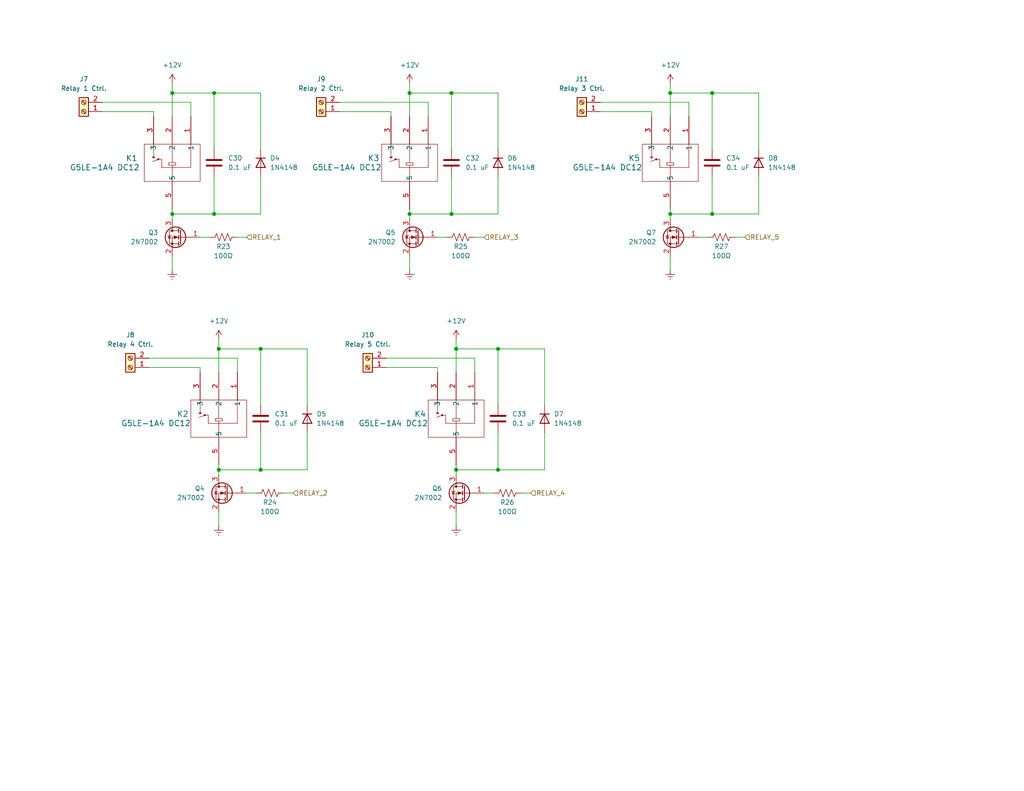
<source format=kicad_sch>
(kicad_sch (version 20230121) (generator eeschema)
  (paper "USLetter")
  (title_block (title "Relay Drivers") (date "2023-10-17") (rev "0.1") (company "Texas A&M ECEN Capstone"))
  (lib_symbols
    (symbol "Connector:Screw_Terminal_01x02" (pin_names (offset 1.016) hide)
      (property "Reference" "J" (at 0 2.54 0))
      (property "Value" "Screw_Terminal_01x02" (at 0 -5.08 0))
      (symbol "Screw_Terminal_01x02_1_1"
        (rectangle (start -1.27 1.27) (end 1.27 -3.81) (stroke (width 0.254)) (fill (type background)))
        (circle (center 0 -2.54) (radius 0.635) (stroke (width 0.1524)))
        (polyline (pts (xy -0.5334 -2.2098) (xy 0.3302 -3.048)) (stroke (width 0.1524)))
        (polyline (pts (xy -0.5334 0.3302) (xy 0.3302 -0.508)) (stroke (width 0.1524)))
        (polyline (pts (xy -0.3556 -2.032) (xy 0.508 -2.8702)) (stroke (width 0.1524)))
        (polyline (pts (xy -0.3556 0.508) (xy 0.508 -0.3302)) (stroke (width 0.1524)))
        (circle (center 0 0) (radius 0.635) (stroke (width 0.1524)))
        (pin passive line (at -5.08 0 0) (length 3.81) (name "Pin_1") (number "1"))
        (pin passive line (at -5.08 -2.54 0) (length 3.81) (name "Pin_2") (number "2"))
      )
    )
    (symbol "Device:C" (pin_numbers hide) (pin_names (offset 0.254))
      (property "Reference" "C" (at 0.635 2.54 0))
      (property "Value" "C" (at 0.635 -2.54 0))
      (symbol "C_0_1"
        (polyline (pts (xy -2.032 -0.762) (xy 2.032 -0.762)) (stroke (width 0.508)))
        (polyline (pts (xy -2.032 0.762) (xy 2.032 0.762)) (stroke (width 0.508)))
      )
      (symbol "C_1_1"
        (pin passive line (at 0 3.81 270) (length 2.794) (name "~") (number "1"))
        (pin passive line (at 0 -3.81 90) (length 2.794) (name "~") (number "2"))
      )
    )
    (symbol "Device:R_US" (pin_numbers hide) (pin_names (offset 0))
      (property "Reference" "R" (at 2.54 0 90))
      (property "Value" "R_US" (at -2.54 0 90))
      (symbol "R_US_0_1"
        (polyline (pts (xy 0 -2.286) (xy 0 -2.54)))
        (polyline (pts (xy 0 2.286) (xy 0 2.54)))
        (polyline (pts (xy 0 -0.762) (xy 1.016 -1.143) (xy 0 -1.524) (xy -1.016 -1.905) (xy 0 -2.286)))
        (polyline (pts (xy 0 0.762) (xy 1.016 0.381) (xy 0 0) (xy -1.016 -0.381) (xy 0 -0.762)))
        (polyline (pts (xy 0 2.286) (xy 1.016 1.905) (xy 0 1.524) (xy -1.016 1.143) (xy 0 0.762)))
      )
      (symbol "R_US_1_1"
        (pin passive line (at 0 3.81 270) (length 1.27) (name "~") (number "1"))
        (pin passive line (at 0 -3.81 90) (length 1.27) (name "~") (number "2"))
      )
    )
    (symbol "Diode:1N4148" (pin_numbers hide) (pin_names hide)
      (property "Reference" "D" (at 0 2.54 0))
      (property "Value" "1N4148" (at 0 -2.54 0))
      (symbol "1N4148_0_1"
        (polyline (pts (xy -1.27 1.27) (xy -1.27 -1.27)) (stroke (width 0.254)))
        (polyline (pts (xy 1.27 0) (xy -1.27 0)))
        (polyline (pts (xy 1.27 1.27) (xy 1.27 -1.27) (xy -1.27 0) (xy 1.27 1.27)) (stroke (width 0.254)))
      )
      (symbol "1N4148_1_1"
        (pin passive line (at -3.81 0 0) (length 2.54) (name "K") (number "1"))
        (pin passive line (at 3.81 0 180) (length 2.54) (name "A") (number "2"))
      )
    )
    (symbol "Relay:G5LE-1A4_DC12" (pin_names (offset 0.254))
      (property "Reference" "K" (at 20.32 7.62 0))
      (property "Value" "G5LE-1A4 DC12" (at 20.32 5.08 0))
      (symbol "G5LE-1A4_DC12_0_1"
        (polyline (pts (xy 7.62 -12.7) (xy 17.78 -12.7)) (stroke (width 0.127)))
        (polyline (pts (xy 7.62 -10.16) (xy 11.1125 -10.16)) (stroke (width 0.127)))
        (polyline (pts (xy 7.62 -5.08) (xy 12.7 -5.08)) (stroke (width 0.127)))
        (polyline (pts (xy 7.62 0) (xy 13.97 0)) (stroke (width 0.127)))
        (polyline (pts (xy 7.62 2.54) (xy 7.62 -12.7)) (stroke (width 0.127)))
        (polyline (pts (xy 11.1125 -10.4775) (xy 11.43 -10.16)) (stroke (width 0.127)))
        (polyline (pts (xy 11.1125 -9.8425) (xy 11.1125 -10.4775)) (stroke (width 0.127)))
        (polyline (pts (xy 11.43 -10.16) (xy 11.1125 -9.8425)) (stroke (width 0.127)))
        (polyline (pts (xy 11.7475 -8.89) (xy 11.7475 -7.9375)) (stroke (width 0.127)))
        (polyline (pts (xy 11.7475 -7.9375) (xy 13.97 -7.9375)) (stroke (width 0.127)))
        (polyline (pts (xy 12.3825 -10.4775) (xy 11.7475 -8.89)) (stroke (width 0.127)))
        (polyline (pts (xy 12.7 -6.0325) (xy 13.335 -6.0325)) (stroke (width 0.127)))
        (polyline (pts (xy 12.7 -4.1275) (xy 12.7 -6.0325)) (stroke (width 0.127)))
        (polyline (pts (xy 12.7 -4.1275) (xy 13.335 -4.1275)) (stroke (width 0.127)))
        (polyline (pts (xy 13.335 -5.08) (xy 17.78 -5.08)) (stroke (width 0.127)))
        (polyline (pts (xy 13.335 -4.1275) (xy 13.335 -6.0325)) (stroke (width 0.127)))
        (polyline (pts (xy 13.97 0) (xy 13.97 -7.9375)) (stroke (width 0.127)))
        (polyline (pts (xy 17.78 2.54) (xy 7.62 2.54)) (stroke (width 0.127)))
        (polyline (pts (xy 17.78 2.54) (xy 17.78 -12.7)) (stroke (width 0.127)))
        (polyline (pts (xy 11.1125 -9.8425) (xy 11.43 -10.16) (xy 11.1125 -10.4775)) (fill (type outline)))
        (circle (center 11.7475 -8.89) (radius 0.1524) (stroke (width 0.254)))
        (pin unspecified line (at 0 0 0) (length 7.62) (name "1") (number "1"))
        (pin unspecified line (at 0 -5.08 0) (length 7.62) (name "2") (number "2"))
        (pin unspecified line (at 0 -10.16 0) (length 7.62) (name "3") (number "3"))
        (pin unspecified line (at 25.4 -5.08 180) (length 7.62) (name "5") (number "5"))
      )
    )
    (symbol "Transistor_FET:2N7002" (pin_names hide)
      (property "Reference" "Q" (at 5.08 1.905 0))
      (property "Value" "2N7002" (at 5.08 0 0))
      (symbol "2N7002_0_1"
        (polyline (pts (xy 0.254 0) (xy -2.54 0)))
        (polyline (pts (xy 0.254 1.905) (xy 0.254 -1.905)) (stroke (width 0.254)))
        (polyline (pts (xy 0.762 -1.27) (xy 0.762 -2.286)) (stroke (width 0.254)))
        (polyline (pts (xy 0.762 0.508) (xy 0.762 -0.508)) (stroke (width 0.254)))
        (polyline (pts (xy 0.762 2.286) (xy 0.762 1.27)) (stroke (width 0.254)))
        (polyline (pts (xy 2.54 2.54) (xy 2.54 1.778)))
        (polyline (pts (xy 2.54 -2.54) (xy 2.54 0) (xy 0.762 0)))
        (polyline (pts (xy 0.762 -1.778) (xy 3.302 -1.778) (xy 3.302 1.778) (xy 0.762 1.778)))
        (polyline (pts (xy 1.016 0) (xy 2.032 0.381) (xy 2.032 -0.381) (xy 1.016 0)) (fill (type outline)))
        (polyline (pts (xy 2.794 0.508) (xy 2.921 0.381) (xy 3.683 0.381) (xy 3.81 0.254)))
        (polyline (pts (xy 3.302 0.381) (xy 2.921 -0.254) (xy 3.683 -0.254) (xy 3.302 0.381)))
        (circle (center 1.651 0) (radius 2.794) (stroke (width 0.254)))
        (circle (center 2.54 -1.778) (radius 0.254) (fill (type outline)))
        (circle (center 2.54 1.778) (radius 0.254) (fill (type outline)))
      )
      (symbol "2N7002_1_1"
        (pin input line (at -5.08 0 0) (length 2.54) (name "G") (number "1"))
        (pin passive line (at 2.54 -5.08 90) (length 2.54) (name "S") (number "2"))
        (pin passive line (at 2.54 5.08 270) (length 2.54) (name "D") (number "3"))
      )
    )
    (symbol "power:+12V" (power) (pin_names (offset 0))
      (property "Value" "+12V" (at 0 3.556 0))
      (symbol "+12V_0_1"
        (polyline (pts (xy -0.762 1.27) (xy 0 2.54)))
        (polyline (pts (xy 0 0) (xy 0 2.54)))
        (polyline (pts (xy 0 2.54) (xy 0.762 1.27)))
      )
      (symbol "+12V_1_1"
        (pin power_in line (at 0 0 90) (length 0) hide (name "+12V") (number "1"))
      )
    )
    (symbol "power:GNDREF" (power) (pin_names (offset 0))
      (property "Value" "GNDREF" (at 0 -3.81 0))
      (symbol "GNDREF_0_1"
        (polyline (pts (xy -0.635 -1.905) (xy 0.635 -1.905)))
        (polyline (pts (xy -0.127 -2.54) (xy 0.127 -2.54)))
        (polyline (pts (xy 0 -1.27) (xy 0 0)))
        (polyline (pts (xy 1.27 -1.27) (xy -1.27 -1.27)))
      )
      (symbol "GNDREF_1_1"
        (pin power_in line (at 0 0 270) (length 0) hide (name "GNDREF") (number "1"))
      )
    )
  )
  (junction (at 71.12 95.25))
  (junction (at 182.88 25.4))
  (junction (at 58.42 25.4))
  (junction (at 123.19 25.4))
  (junction (at 59.69 95.25))
  (junction (at 46.99 25.4))
  (junction (at 182.88 58.42))
  (junction (at 111.76 25.4))
  (junction (at 135.89 95.25))
  (junction (at 194.31 58.42))
  (junction (at 124.46 95.25))
  (junction (at 46.99 58.42))
  (junction (at 111.76 58.42))
  (junction (at 71.12 128.27))
  (junction (at 59.69 128.27))
  (junction (at 123.19 58.42))
  (junction (at 135.89 128.27))
  (junction (at 124.46 128.27))
  (junction (at 194.31 25.4))
  (junction (at 58.42 58.42))
  (wire (pts (xy 124.46 95.25) (xy 124.46 101.6)))
  (wire (pts (xy 46.99 22.86) (xy 46.99 25.4)))
  (wire (pts (xy 46.99 58.42) (xy 58.42 58.42)))
  (wire (pts (xy 182.88 69.85) (xy 182.88 73.66)))
  (wire (pts (xy 71.12 95.25) (xy 83.82 95.25)))
  (wire (pts (xy 59.69 92.71) (xy 59.69 95.25)))
  (wire (pts (xy 207.01 48.26) (xy 207.01 58.42)))
  (wire (pts (xy 190.5 64.77) (xy 193.04 64.77)))
  (wire (pts (xy 46.99 58.42) (xy 46.99 59.69)))
  (wire (pts (xy 124.46 127) (xy 124.46 128.27)))
  (wire (pts (xy 71.12 128.27) (xy 71.12 118.11)))
  (wire (pts (xy 64.77 97.79) (xy 64.77 101.6)))
  (wire (pts (xy 135.89 110.49) (xy 135.89 95.25)))
  (wire (pts (xy 207.01 40.64) (xy 207.01 25.4)))
  (wire (pts (xy 119.38 64.77) (xy 121.92 64.77)))
  (wire (pts (xy 124.46 128.27) (xy 124.46 129.54)))
  (wire (pts (xy 54.61 100.33) (xy 54.61 101.6)))
  (wire (pts (xy 105.41 97.79) (xy 129.54 97.79)))
  (wire (pts (xy 119.38 100.33) (xy 119.38 101.6)))
  (wire (pts (xy 111.76 58.42) (xy 111.76 59.69)))
  (wire (pts (xy 123.19 58.42) (xy 123.19 48.26)))
  (wire (pts (xy 182.88 25.4) (xy 182.88 31.75)))
  (wire (pts (xy 67.31 134.62) (xy 69.85 134.62)))
  (wire (pts (xy 135.89 128.27) (xy 148.59 128.27)))
  (wire (pts (xy 129.54 97.79) (xy 129.54 101.6)))
  (wire (pts (xy 106.68 30.48) (xy 106.68 31.75)))
  (wire (pts (xy 59.69 95.25) (xy 59.69 101.6)))
  (wire (pts (xy 71.12 95.25) (xy 59.69 95.25)))
  (wire (pts (xy 135.89 128.27) (xy 135.89 118.11)))
  (wire (pts (xy 177.8 30.48) (xy 177.8 31.75)))
  (wire (pts (xy 124.46 92.71) (xy 124.46 95.25)))
  (wire (pts (xy 58.42 25.4) (xy 71.12 25.4)))
  (wire (pts (xy 163.83 30.48) (xy 177.8 30.48)))
  (wire (pts (xy 142.24 134.62) (xy 144.78 134.62)))
  (wire (pts (xy 135.89 95.25) (xy 148.59 95.25)))
  (wire (pts (xy 46.99 69.85) (xy 46.99 73.66)))
  (wire (pts (xy 92.71 27.94) (xy 116.84 27.94)))
  (wire (pts (xy 46.99 25.4) (xy 46.99 31.75)))
  (wire (pts (xy 58.42 40.64) (xy 58.42 25.4)))
  (wire (pts (xy 64.77 64.77) (xy 67.31 64.77)))
  (wire (pts (xy 59.69 128.27) (xy 59.69 129.54)))
  (wire (pts (xy 123.19 25.4) (xy 135.89 25.4)))
  (wire (pts (xy 124.46 128.27) (xy 135.89 128.27)))
  (wire (pts (xy 163.83 27.94) (xy 187.96 27.94)))
  (wire (pts (xy 111.76 58.42) (xy 123.19 58.42)))
  (wire (pts (xy 123.19 40.64) (xy 123.19 25.4)))
  (wire (pts (xy 194.31 40.64) (xy 194.31 25.4)))
  (wire (pts (xy 58.42 58.42) (xy 71.12 58.42)))
  (wire (pts (xy 200.66 64.77) (xy 203.2 64.77)))
  (wire (pts (xy 135.89 95.25) (xy 124.46 95.25)))
  (wire (pts (xy 123.19 25.4) (xy 111.76 25.4)))
  (wire (pts (xy 194.31 58.42) (xy 194.31 48.26)))
  (wire (pts (xy 124.46 139.7) (xy 124.46 143.51)))
  (wire (pts (xy 111.76 69.85) (xy 111.76 73.66)))
  (wire (pts (xy 58.42 58.42) (xy 58.42 48.26)))
  (wire (pts (xy 40.64 100.33) (xy 54.61 100.33)))
  (wire (pts (xy 182.88 58.42) (xy 194.31 58.42)))
  (wire (pts (xy 52.07 27.94) (xy 52.07 31.75)))
  (wire (pts (xy 111.76 25.4) (xy 111.76 31.75)))
  (wire (pts (xy 182.88 22.86) (xy 182.88 25.4)))
  (wire (pts (xy 135.89 48.26) (xy 135.89 58.42)))
  (wire (pts (xy 71.12 128.27) (xy 83.82 128.27)))
  (wire (pts (xy 111.76 22.86) (xy 111.76 25.4)))
  (wire (pts (xy 148.59 110.49) (xy 148.59 95.25)))
  (wire (pts (xy 182.88 57.15) (xy 182.88 58.42)))
  (wire (pts (xy 132.08 134.62) (xy 134.62 134.62)))
  (wire (pts (xy 116.84 27.94) (xy 116.84 31.75)))
  (wire (pts (xy 111.76 57.15) (xy 111.76 58.42)))
  (wire (pts (xy 194.31 25.4) (xy 207.01 25.4)))
  (wire (pts (xy 59.69 139.7) (xy 59.69 143.51)))
  (wire (pts (xy 54.61 64.77) (xy 57.15 64.77)))
  (wire (pts (xy 40.64 97.79) (xy 64.77 97.79)))
  (wire (pts (xy 129.54 64.77) (xy 132.08 64.77)))
  (wire (pts (xy 194.31 58.42) (xy 207.01 58.42)))
  (wire (pts (xy 59.69 127) (xy 59.69 128.27)))
  (wire (pts (xy 27.94 27.94) (xy 52.07 27.94)))
  (wire (pts (xy 77.47 134.62) (xy 80.01 134.62)))
  (wire (pts (xy 135.89 40.64) (xy 135.89 25.4)))
  (wire (pts (xy 71.12 40.64) (xy 71.12 25.4)))
  (wire (pts (xy 187.96 27.94) (xy 187.96 31.75)))
  (wire (pts (xy 83.82 118.11) (xy 83.82 128.27)))
  (wire (pts (xy 27.94 30.48) (xy 41.91 30.48)))
  (wire (pts (xy 41.91 30.48) (xy 41.91 31.75)))
  (wire (pts (xy 148.59 118.11) (xy 148.59 128.27)))
  (wire (pts (xy 105.41 100.33) (xy 119.38 100.33)))
  (wire (pts (xy 59.69 128.27) (xy 71.12 128.27)))
  (wire (pts (xy 194.31 25.4) (xy 182.88 25.4)))
  (wire (pts (xy 123.19 58.42) (xy 135.89 58.42)))
  (wire (pts (xy 46.99 57.15) (xy 46.99 58.42)))
  (wire (pts (xy 71.12 110.49) (xy 71.12 95.25)))
  (wire (pts (xy 71.12 48.26) (xy 71.12 58.42)))
  (wire (pts (xy 83.82 110.49) (xy 83.82 95.25)))
  (wire (pts (xy 92.71 30.48) (xy 106.68 30.48)))
  (wire (pts (xy 58.42 25.4) (xy 46.99 25.4)))
  (wire (pts (xy 182.88 58.42) (xy 182.88 59.69)))
  (hierarchical_label "RELAY_3" (shape input) (at 132.08 64.77 0))
  (hierarchical_label "RELAY_1" (shape input) (at 67.31 64.77 0))
  (hierarchical_label "RELAY_4" (shape input) (at 144.78 134.62 0))
  (hierarchical_label "RELAY_5" (shape input) (at 203.2 64.77 0))
  (hierarchical_label "RELAY_2" (shape input) (at 80.01 134.62 0))
  (symbol (lib_id "Device:C") (at 71.12 114.3 0) (unit 1)
    (property "Reference" "C31" (at 74.93 113.03 0) (effects (justify left)))
    (property "Value" "0.1 uF" (at 74.93 115.57 0) (effects (justify left)))
    (property "Footprint" "Capacitor_SMD:C_0805_2012Metric_Pad1.18x1.45mm_HandSolder" (effects hide))
  )
  (symbol (lib_id "Device:C") (at 194.31 44.45 0) (unit 1)
    (property "Reference" "C34" (at 198.12 43.18 0) (effects (justify left)))
    (property "Value" "0.1 uF" (at 198.12 45.72 0) (effects (justify left)))
    (property "Footprint" "Capacitor_SMD:C_0805_2012Metric_Pad1.18x1.45mm_HandSolder" (effects hide))
  )
  (symbol (lib_id "Relay:G5LE-1A4_DC12") (at 116.84 31.75 270) (unit 1)
    (property "Reference" "K3" (at 100.33 43.18 90) (effects (font (size 1.524 1.524)) (justify left)))
    (property "Value" "G5LE-1A4 DC12" (at 85.09 45.72 90) (effects (font (size 1.524 1.524)) (justify left)))
    (property "Footprint" "Library:RELAY_G5LE-1A DC5_OMR" (effects hide))
    (property "Datasheet" "G5LE-1A4 DC12" (effects hide))
  )
  (symbol (lib_id "power:+12V") (at 46.99 22.86 0) (unit 1)
    (property "Reference" "#PWR075" (effects hide))
    (property "Value" "+12V" (at 46.99 17.78 0))
  )
  (symbol (lib_id "Diode:1N4148") (at 207.01 44.45 270) (unit 1)
    (property "Reference" "D8" (at 209.55 43.18 90) (effects (justify left)))
    (property "Value" "1N4148" (at 209.55 45.72 90) (effects (justify left)))
    (property "Footprint" "Diode_THT:D_DO-35_SOD27_P7.62mm_Horizontal" (effects hide))
    (property "Datasheet" "https://assets.nexperia.com/documents/data-sheet/1N4148_1N4448.pdf" (effects hide))
    (property "Sim.Device" "D" (effects hide))
    (property "Sim.Pins" "1=K 2=A" (effects hide))
  )
  (symbol (lib_id "Device:R_US") (at 60.96 64.77 270) (unit 1)
    (property "Reference" "R23" (at 60.96 67.31 90))
    (property "Value" "100Ω" (at 60.96 69.85 90))
    (property "Footprint" "Resistor_SMD:R_0805_2012Metric_Pad1.20x1.40mm_HandSolder" (effects hide))
  )
  (symbol (lib_id "Diode:1N4148") (at 71.12 44.45 270) (unit 1)
    (property "Reference" "D4" (at 73.66 43.18 90) (effects (justify left)))
    (property "Value" "1N4148" (at 73.66 45.72 90) (effects (justify left)))
    (property "Footprint" "Diode_THT:D_DO-35_SOD27_P7.62mm_Horizontal" (effects hide))
    (property "Datasheet" "https://assets.nexperia.com/documents/data-sheet/1N4148_1N4448.pdf" (effects hide))
    (property "Sim.Device" "D" (effects hide))
    (property "Sim.Pins" "1=K 2=A" (effects hide))
  )
  (symbol (lib_id "Relay:G5LE-1A4_DC12") (at 52.07 31.75 270) (unit 1)
    (property "Reference" "K1" (at 34.29 43.18 90) (effects (font (size 1.524 1.524)) (justify left)))
    (property "Value" "G5LE-1A4 DC12" (at 19.05 45.72 90) (effects (font (size 1.524 1.524)) (justify left)))
    (property "Footprint" "Library:RELAY_G5LE-1A DC5_OMR" (effects hide))
    (property "Datasheet" "G5LE-1A4 DC12" (effects hide))
  )
  (symbol (lib_id "Relay:G5LE-1A4_DC12") (at 129.54 101.6 270) (unit 1)
    (property "Reference" "K4" (at 113.03 113.03 90) (effects (font (size 1.524 1.524)) (justify left)))
    (property "Value" "G5LE-1A4 DC12" (at 97.79 115.57 90) (effects (font (size 1.524 1.524)) (justify left)))
    (property "Footprint" "Library:RELAY_G5LE-1A DC5_OMR" (effects hide))
    (property "Datasheet" "G5LE-1A4 DC12" (effects hide))
  )
  (symbol (lib_id "Connector:Screw_Terminal_01x02") (at 100.33 100.33 180) (unit 1)
    (property "Reference" "J10" (at 100.33 91.44 0))
    (property "Value" "Relay 5 Ctrl." (at 100.33 93.98 0))
    (property "Footprint" "Library:CUI_TB007-508-02BE" (effects hide))
  )
  (symbol (lib_id "power:+12V") (at 182.88 22.86 0) (unit 1)
    (property "Reference" "#PWR083" (effects hide))
    (property "Value" "+12V" (at 182.88 17.78 0))
  )
  (symbol (lib_id "Diode:1N4148") (at 135.89 44.45 270) (unit 1)
    (property "Reference" "D6" (at 138.43 43.18 90) (effects (justify left)))
    (property "Value" "1N4148" (at 138.43 45.72 90) (effects (justify left)))
    (property "Footprint" "Diode_THT:D_DO-35_SOD27_P7.62mm_Horizontal" (effects hide))
    (property "Datasheet" "https://assets.nexperia.com/documents/data-sheet/1N4148_1N4448.pdf" (effects hide))
    (property "Sim.Device" "D" (effects hide))
    (property "Sim.Pins" "1=K 2=A" (effects hide))
  )
  (symbol (lib_id "power:GNDREF") (at 124.46 143.51 0) (unit 1)
    (property "Reference" "#PWR082" (effects hide))
    (property "Value" "GNDREF" (effects hide))
  )
  (symbol (lib_id "Transistor_FET:2N7002") (at 127 134.62 0) (mirror y) (unit 1)
    (property "Reference" "Q6" (at 120.65 133.35 0) (effects (justify left)))
    (property "Value" "2N7002" (at 120.65 135.89 0) (effects (justify left)))
    (property "Footprint" "Package_TO_SOT_SMD:SOT-23" (effects hide))
    (property "Datasheet" "https://www.onsemi.com/pub/Collateral/NDS7002A-D.PDF" (effects hide))
  )
  (symbol (lib_id "Relay:G5LE-1A4_DC12") (at 187.96 31.75 270) (unit 1)
    (property "Reference" "K5" (at 171.45 43.18 90) (effects (font (size 1.524 1.524)) (justify left)))
    (property "Value" "G5LE-1A4 DC12" (at 156.21 45.72 90) (effects (font (size 1.524 1.524)) (justify left)))
    (property "Footprint" "Library:RELAY_G5LE-1A DC5_OMR" (effects hide))
    (property "Datasheet" "G5LE-1A4 DC12" (effects hide))
  )
  (symbol (lib_id "Diode:1N4148") (at 148.59 114.3 270) (unit 1)
    (property "Reference" "D7" (at 151.13 113.03 90) (effects (justify left)))
    (property "Value" "1N4148" (at 151.13 115.57 90) (effects (justify left)))
    (property "Footprint" "Diode_THT:D_DO-35_SOD27_P7.62mm_Horizontal" (effects hide))
    (property "Datasheet" "https://assets.nexperia.com/documents/data-sheet/1N4148_1N4448.pdf" (effects hide))
    (property "Sim.Device" "D" (effects hide))
    (property "Sim.Pins" "1=K 2=A" (effects hide))
  )
  (symbol (lib_id "power:GNDREF") (at 111.76 73.66 0) (unit 1)
    (property "Reference" "#PWR080" (effects hide))
    (property "Value" "GNDREF" (effects hide))
  )
  (symbol (lib_id "power:GNDREF") (at 182.88 73.66 0) (unit 1)
    (property "Reference" "#PWR084" (effects hide))
    (property "Value" "GNDREF" (effects hide))
  )
  (symbol (lib_id "Diode:1N4148") (at 83.82 114.3 270) (unit 1)
    (property "Reference" "D5" (at 86.36 113.03 90) (effects (justify left)))
    (property "Value" "1N4148" (at 86.36 115.57 90) (effects (justify left)))
    (property "Footprint" "Diode_THT:D_DO-35_SOD27_P7.62mm_Horizontal" (effects hide))
    (property "Datasheet" "https://assets.nexperia.com/documents/data-sheet/1N4148_1N4448.pdf" (effects hide))
    (property "Sim.Device" "D" (effects hide))
    (property "Sim.Pins" "1=K 2=A" (effects hide))
  )
  (symbol (lib_id "Device:C") (at 58.42 44.45 0) (unit 1)
    (property "Reference" "C30" (at 62.23 43.18 0) (effects (justify left)))
    (property "Value" "0.1 uF" (at 62.23 45.72 0) (effects (justify left)))
    (property "Footprint" "Capacitor_SMD:C_0805_2012Metric_Pad1.18x1.45mm_HandSolder" (effects hide))
  )
  (symbol (lib_id "Connector:Screw_Terminal_01x02") (at 22.86 30.48 180) (unit 1)
    (property "Reference" "J7" (at 22.86 21.59 0))
    (property "Value" "Relay 1 Ctrl." (at 22.86 24.13 0))
    (property "Footprint" "Library:CUI_TB007-508-02BE" (effects hide))
  )
  (symbol (lib_id "power:+12V") (at 111.76 22.86 0) (unit 1)
    (property "Reference" "#PWR079" (effects hide))
    (property "Value" "+12V" (at 111.76 17.78 0))
  )
  (symbol (lib_id "Device:R_US") (at 138.43 134.62 90) (unit 1)
    (property "Reference" "R26" (at 138.43 137.16 90))
    (property "Value" "100Ω" (at 138.43 139.7 90))
    (property "Footprint" "Resistor_SMD:R_0805_2012Metric_Pad1.20x1.40mm_HandSolder" (effects hide))
  )
  (symbol (lib_id "power:GNDREF") (at 46.99 73.66 0) (unit 1)
    (property "Reference" "#PWR076" (effects hide))
    (property "Value" "GNDREF" (effects hide))
  )
  (symbol (lib_id "power:+12V") (at 59.69 92.71 0) (unit 1)
    (property "Reference" "#PWR077" (effects hide))
    (property "Value" "+12V" (at 59.69 87.63 0))
  )
  (symbol (lib_id "Transistor_FET:2N7002") (at 185.42 64.77 0) (mirror y) (unit 1)
    (property "Reference" "Q7" (at 179.07 63.5 0) (effects (justify left)))
    (property "Value" "2N7002" (at 179.07 66.04 0) (effects (justify left)))
    (property "Footprint" "Package_TO_SOT_SMD:SOT-23" (effects hide))
    (property "Datasheet" "https://www.onsemi.com/pub/Collateral/NDS7002A-D.PDF" (effects hide))
  )
  (symbol (lib_id "Device:R_US") (at 196.85 64.77 90) (unit 1)
    (property "Reference" "R27" (at 196.85 67.31 90))
    (property "Value" "100Ω" (at 196.85 69.85 90))
    (property "Footprint" "Resistor_SMD:R_0805_2012Metric_Pad1.20x1.40mm_HandSolder" (effects hide))
  )
  (symbol (lib_id "Transistor_FET:2N7002") (at 49.53 64.77 0) (mirror y) (unit 1)
    (property "Reference" "Q3" (at 43.18 63.5 0) (effects (justify left)))
    (property "Value" "2N7002" (at 43.18 66.04 0) (effects (justify left)))
    (property "Footprint" "Package_TO_SOT_SMD:SOT-23" (effects hide))
    (property "Datasheet" "https://www.onsemi.com/pub/Collateral/NDS7002A-D.PDF" (effects hide))
  )
  (symbol (lib_id "Connector:Screw_Terminal_01x02") (at 158.75 30.48 180) (unit 1)
    (property "Reference" "J11" (at 158.75 21.59 0))
    (property "Value" "Relay 3 Ctrl." (at 158.75 24.13 0))
    (property "Footprint" "Library:CUI_TB007-508-02BE" (effects hide))
  )
  (symbol (lib_id "Device:R_US") (at 73.66 134.62 90) (unit 1)
    (property "Reference" "R24" (at 73.66 137.16 90))
    (property "Value" "100Ω" (at 73.66 139.7 90))
    (property "Footprint" "Resistor_SMD:R_0805_2012Metric_Pad1.20x1.40mm_HandSolder" (effects hide))
  )
  (symbol (lib_id "Connector:Screw_Terminal_01x02") (at 87.63 30.48 180) (unit 1)
    (property "Reference" "J9" (at 87.63 21.59 0))
    (property "Value" "Relay 2 Ctrl." (at 87.63 24.13 0))
    (property "Footprint" "Library:CUI_TB007-508-02BE" (effects hide))
  )
  (symbol (lib_id "Device:C") (at 135.89 114.3 0) (unit 1)
    (property "Reference" "C33" (at 139.7 113.03 0) (effects (justify left)))
    (property "Value" "0.1 uF" (at 139.7 115.57 0) (effects (justify left)))
    (property "Footprint" "Capacitor_SMD:C_0805_2012Metric_Pad1.18x1.45mm_HandSolder" (effects hide))
  )
  (symbol (lib_id "power:GNDREF") (at 59.69 143.51 0) (unit 1)
    (property "Reference" "#PWR078" (effects hide))
    (property "Value" "GNDREF" (effects hide))
  )
  (symbol (lib_id "Connector:Screw_Terminal_01x02") (at 35.56 100.33 180) (unit 1)
    (property "Reference" "J8" (at 35.56 91.44 0))
    (property "Value" "Relay 4 Ctrl." (at 35.56 93.98 0))
    (property "Footprint" "Library:CUI_TB007-508-02BE" (effects hide))
  )
  (symbol (lib_id "Relay:G5LE-1A4_DC12") (at 64.77 101.6 270) (unit 1)
    (property "Reference" "K2" (at 48.26 113.03 90) (effects (font (size 1.524 1.524)) (justify left)))
    (property "Value" "G5LE-1A4 DC12" (at 33.02 115.57 90) (effects (font (size 1.524 1.524)) (justify left)))
    (property "Footprint" "Library:RELAY_G5LE-1A DC5_OMR" (effects hide))
    (property "Datasheet" "G5LE-1A4 DC12" (effects hide))
  )
  (symbol (lib_id "Transistor_FET:2N7002") (at 62.23 134.62 0) (mirror y) (unit 1)
    (property "Reference" "Q4" (at 55.88 133.35 0) (effects (justify left)))
    (property "Value" "2N7002" (at 55.88 135.89 0) (effects (justify left)))
    (property "Footprint" "Package_TO_SOT_SMD:SOT-23" (effects hide))
    (property "Datasheet" "https://www.onsemi.com/pub/Collateral/NDS7002A-D.PDF" (effects hide))
  )
  (symbol (lib_id "Transistor_FET:2N7002") (at 114.3 64.77 0) (mirror y) (unit 1)
    (property "Reference" "Q5" (at 107.95 63.5 0) (effects (justify left)))
    (property "Value" "2N7002" (at 107.95 66.04 0) (effects (justify left)))
    (property "Footprint" "Package_TO_SOT_SMD:SOT-23" (effects hide))
    (property "Datasheet" "https://www.onsemi.com/pub/Collateral/NDS7002A-D.PDF" (effects hide))
  )
  (symbol (lib_id "Device:C") (at 123.19 44.45 0) (unit 1)
    (property "Reference" "C32" (at 127 43.18 0) (effects (justify left)))
    (property "Value" "0.1 uF" (at 127 45.72 0) (effects (justify left)))
    (property "Footprint" "Capacitor_SMD:C_0805_2012Metric_Pad1.18x1.45mm_HandSolder" (effects hide))
  )
  (symbol (lib_id "Device:R_US") (at 125.73 64.77 90) (unit 1)
    (property "Reference" "R25" (at 125.73 67.31 90))
    (property "Value" "100Ω" (at 125.73 69.85 90))
    (property "Footprint" "Resistor_SMD:R_0805_2012Metric_Pad1.20x1.40mm_HandSolder" (effects hide))
  )
  (symbol (lib_id "power:+12V") (at 124.46 92.71 0) (unit 1)
    (property "Reference" "#PWR081" (effects hide))
    (property "Value" "+12V" (at 124.46 87.63 0))
  )
)
</source>
